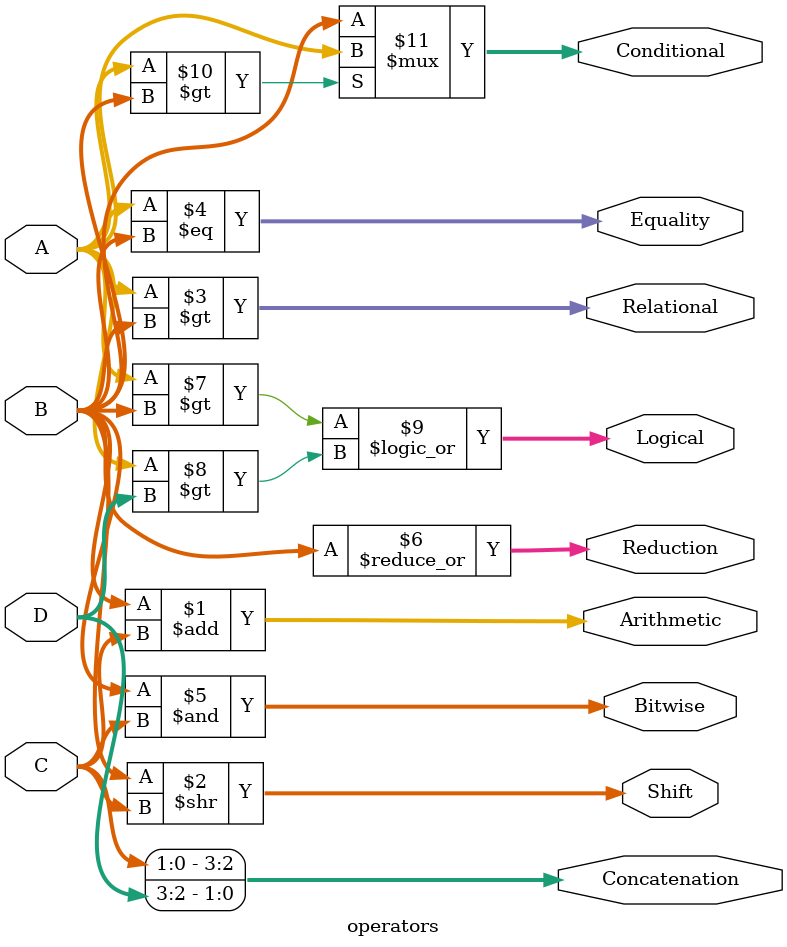
<source format=v>
module operators
(
    input [3:0] A,
    input [3:0] B,
    input [3:0] C,
    input [3:0] D,
    output [3:0] Arithmetic,
    output [3:0] Shift,
    output [3:0] Relational,
    output [3:0] Equality,
    output [3:0] Bitwise,
    output [3:0] Reduction,
    output [3:0] Logical,
    output [3:0] Concatenation, 
    output [3:0] Conditional
);

    assign Arithmetic = B + C;
    assign Shift = B >> C;
    assign Relational = A > B;
    assign Equality = A == B;
    assign Bitwise =B & C;
    assign Reduction = |B;
    assign Logical = (A > B) || (A > D);
    assign Concatenation = {C[1:0], D[3:2]};
    assign Conditional = (A > B) ? A : B;

endmodule
</source>
